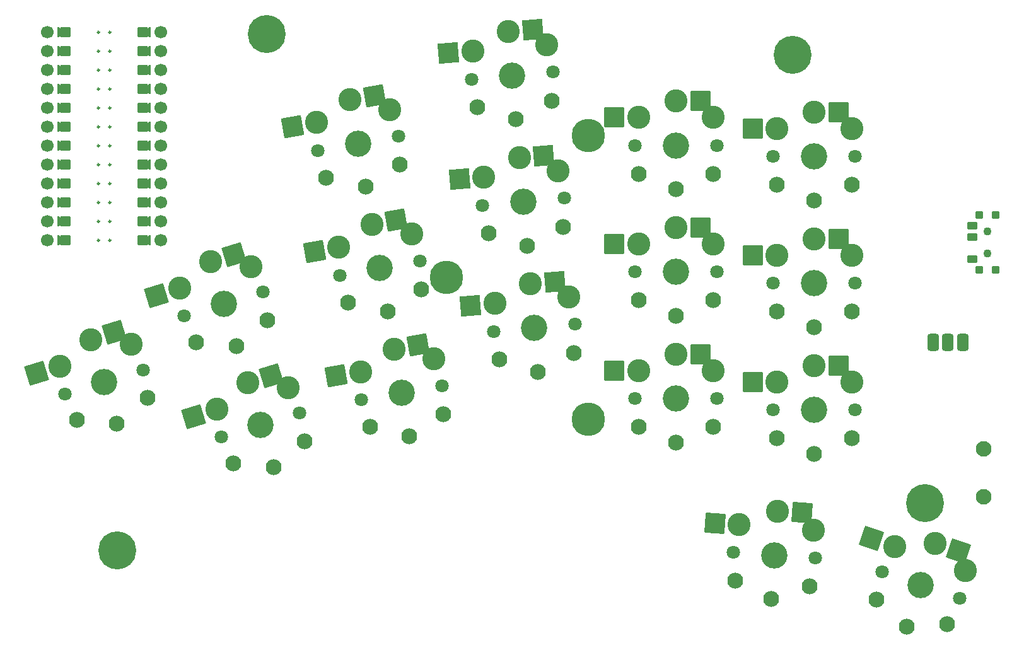
<source format=gts>
%TF.GenerationSoftware,KiCad,Pcbnew,(6.0.4-0)*%
%TF.CreationDate,2022-07-27T12:02:15+02:00*%
%TF.ProjectId,basbousa,62617362-6f75-4736-912e-6b696361645f,v1.0.0*%
%TF.SameCoordinates,Original*%
%TF.FileFunction,Soldermask,Top*%
%TF.FilePolarity,Negative*%
%FSLAX46Y46*%
G04 Gerber Fmt 4.6, Leading zero omitted, Abs format (unit mm)*
G04 Created by KiCad (PCBNEW (6.0.4-0)) date 2022-07-27 12:02:15*
%MOMM*%
%LPD*%
G01*
G04 APERTURE LIST*
G04 Aperture macros list*
%AMRoundRect*
0 Rectangle with rounded corners*
0 $1 Rounding radius*
0 $2 $3 $4 $5 $6 $7 $8 $9 X,Y pos of 4 corners*
0 Add a 4 corners polygon primitive as box body*
4,1,4,$2,$3,$4,$5,$6,$7,$8,$9,$2,$3,0*
0 Add four circle primitives for the rounded corners*
1,1,$1+$1,$2,$3*
1,1,$1+$1,$4,$5*
1,1,$1+$1,$6,$7*
1,1,$1+$1,$8,$9*
0 Add four rect primitives between the rounded corners*
20,1,$1+$1,$2,$3,$4,$5,0*
20,1,$1+$1,$4,$5,$6,$7,0*
20,1,$1+$1,$6,$7,$8,$9,0*
20,1,$1+$1,$8,$9,$2,$3,0*%
%AMFreePoly0*
4,1,14,0.035355,0.435355,0.635355,-0.164645,0.650000,-0.200000,0.650000,-0.400000,0.635355,-0.435355,0.600000,-0.450000,-0.600000,-0.450000,-0.635355,-0.435355,-0.650000,-0.400000,-0.650000,-0.200000,-0.635355,-0.164645,-0.035355,0.435355,0.000000,0.450000,0.035355,0.435355,0.035355,0.435355,$1*%
%AMFreePoly1*
4,1,16,0.635355,0.285355,0.650000,0.250000,0.650000,-1.000000,0.635355,-1.035355,0.600000,-1.050000,0.564645,-1.035355,0.000000,-0.470710,-0.564645,-1.035355,-0.600000,-1.050000,-0.635355,-1.035355,-0.650000,-1.000000,-0.650000,0.250000,-0.635355,0.285355,-0.600000,0.300000,0.600000,0.300000,0.635355,0.285355,0.635355,0.285355,$1*%
G04 Aperture macros list end*
%ADD10C,0.250000*%
%ADD11C,0.100000*%
%ADD12C,5.100000*%
%ADD13RoundRect,0.050000X-0.450000X0.450000X-0.450000X-0.450000X0.450000X-0.450000X0.450000X0.450000X0*%
%ADD14RoundRect,0.050000X-0.625000X0.450000X-0.625000X-0.450000X0.625000X-0.450000X0.625000X0.450000X0*%
%ADD15RoundRect,0.425000X-0.375000X-0.750000X0.375000X-0.750000X0.375000X0.750000X-0.375000X0.750000X0*%
%ADD16C,2.100000*%
%ADD17C,3.100000*%
%ADD18C,1.801800*%
%ADD19C,3.529000*%
%ADD20RoundRect,0.050000X-1.054507X-1.505993X1.505993X-1.054507X1.054507X1.505993X-1.505993X1.054507X0*%
%ADD21C,2.132000*%
%ADD22RoundRect,0.050000X-1.181751X-1.408356X1.408356X-1.181751X1.181751X1.408356X-1.408356X1.181751X0*%
%ADD23RoundRect,0.050000X-1.300000X-1.300000X1.300000X-1.300000X1.300000X1.300000X-1.300000X1.300000X0*%
%ADD24RoundRect,0.050000X-1.652413X-0.805936X0.805936X-1.652413X1.652413X0.805936X-0.805936X1.652413X0*%
%ADD25C,1.100000*%
%ADD26RoundRect,0.050000X-0.863113X-1.623279X1.623279X-0.863113X0.863113X1.623279X-1.623279X0.863113X0*%
%ADD27C,4.500000*%
%ADD28RoundRect,0.050000X-1.387517X-1.206150X1.206150X-1.387517X1.387517X1.206150X-1.206150X1.387517X0*%
%ADD29FreePoly0,270.000000*%
%ADD30C,1.700000*%
%ADD31FreePoly0,90.000000*%
%ADD32FreePoly1,90.000000*%
%ADD33FreePoly1,270.000000*%
G04 APERTURE END LIST*
D10*
%TO.C,*%
X39495000Y114808000D02*
G75*
G03*
X39495000Y114808000I-125000J0D01*
G01*
X37971000Y99568000D02*
G75*
G03*
X37971000Y99568000I-125000J0D01*
G01*
X39495000Y107188000D02*
G75*
G03*
X39495000Y107188000I-125000J0D01*
G01*
X37971000Y97028000D02*
G75*
G03*
X37971000Y97028000I-125000J0D01*
G01*
X39495000Y99568000D02*
G75*
G03*
X39495000Y99568000I-125000J0D01*
G01*
X39495000Y91948000D02*
G75*
G03*
X39495000Y91948000I-125000J0D01*
G01*
X37971000Y107188000D02*
G75*
G03*
X37971000Y107188000I-125000J0D01*
G01*
X39495000Y94488000D02*
G75*
G03*
X39495000Y94488000I-125000J0D01*
G01*
X37971000Y94488000D02*
G75*
G03*
X37971000Y94488000I-125000J0D01*
G01*
X39495000Y109728000D02*
G75*
G03*
X39495000Y109728000I-125000J0D01*
G01*
X39495000Y117348000D02*
G75*
G03*
X39495000Y117348000I-125000J0D01*
G01*
X39495000Y104648000D02*
G75*
G03*
X39495000Y104648000I-125000J0D01*
G01*
X37971000Y119888000D02*
G75*
G03*
X37971000Y119888000I-125000J0D01*
G01*
X37971000Y112268000D02*
G75*
G03*
X37971000Y112268000I-125000J0D01*
G01*
X37971000Y117348000D02*
G75*
G03*
X37971000Y117348000I-125000J0D01*
G01*
X39495000Y102108000D02*
G75*
G03*
X39495000Y102108000I-125000J0D01*
G01*
X39495000Y97028000D02*
G75*
G03*
X39495000Y97028000I-125000J0D01*
G01*
X39495000Y119888000D02*
G75*
G03*
X39495000Y119888000I-125000J0D01*
G01*
X37971000Y109728000D02*
G75*
G03*
X37971000Y109728000I-125000J0D01*
G01*
X37971000Y102108000D02*
G75*
G03*
X37971000Y102108000I-125000J0D01*
G01*
X37971000Y114808000D02*
G75*
G03*
X37971000Y114808000I-125000J0D01*
G01*
X39495000Y112268000D02*
G75*
G03*
X39495000Y112268000I-125000J0D01*
G01*
X37971000Y104648000D02*
G75*
G03*
X37971000Y104648000I-125000J0D01*
G01*
X37971000Y91948000D02*
G75*
G03*
X37971000Y91948000I-125000J0D01*
G01*
G36*
X44704000Y104140000D02*
G01*
X43688000Y104140000D01*
X43688000Y105156000D01*
X44704000Y105156000D01*
X44704000Y104140000D01*
G37*
D11*
X44704000Y104140000D02*
X43688000Y104140000D01*
X43688000Y105156000D01*
X44704000Y105156000D01*
X44704000Y104140000D01*
G36*
X44704000Y93980000D02*
G01*
X43688000Y93980000D01*
X43688000Y94996000D01*
X44704000Y94996000D01*
X44704000Y93980000D01*
G37*
X44704000Y93980000D02*
X43688000Y93980000D01*
X43688000Y94996000D01*
X44704000Y94996000D01*
X44704000Y93980000D01*
G36*
X33528000Y101600000D02*
G01*
X32512000Y101600000D01*
X32512000Y102616000D01*
X33528000Y102616000D01*
X33528000Y101600000D01*
G37*
X33528000Y101600000D02*
X32512000Y101600000D01*
X32512000Y102616000D01*
X33528000Y102616000D01*
X33528000Y101600000D01*
G36*
X33528000Y119380000D02*
G01*
X32512000Y119380000D01*
X32512000Y120396000D01*
X33528000Y120396000D01*
X33528000Y119380000D01*
G37*
X33528000Y119380000D02*
X32512000Y119380000D01*
X32512000Y120396000D01*
X33528000Y120396000D01*
X33528000Y119380000D01*
G36*
X44704000Y91440000D02*
G01*
X43688000Y91440000D01*
X43688000Y92456000D01*
X44704000Y92456000D01*
X44704000Y91440000D01*
G37*
X44704000Y91440000D02*
X43688000Y91440000D01*
X43688000Y92456000D01*
X44704000Y92456000D01*
X44704000Y91440000D01*
G36*
X33528000Y116840000D02*
G01*
X32512000Y116840000D01*
X32512000Y117856000D01*
X33528000Y117856000D01*
X33528000Y116840000D01*
G37*
X33528000Y116840000D02*
X32512000Y116840000D01*
X32512000Y117856000D01*
X33528000Y117856000D01*
X33528000Y116840000D01*
G36*
X44704000Y99060000D02*
G01*
X43688000Y99060000D01*
X43688000Y100076000D01*
X44704000Y100076000D01*
X44704000Y99060000D01*
G37*
X44704000Y99060000D02*
X43688000Y99060000D01*
X43688000Y100076000D01*
X44704000Y100076000D01*
X44704000Y99060000D01*
G36*
X33528000Y104140000D02*
G01*
X32512000Y104140000D01*
X32512000Y105156000D01*
X33528000Y105156000D01*
X33528000Y104140000D01*
G37*
X33528000Y104140000D02*
X32512000Y104140000D01*
X32512000Y105156000D01*
X33528000Y105156000D01*
X33528000Y104140000D01*
G36*
X33528000Y99060000D02*
G01*
X32512000Y99060000D01*
X32512000Y100076000D01*
X33528000Y100076000D01*
X33528000Y99060000D01*
G37*
X33528000Y99060000D02*
X32512000Y99060000D01*
X32512000Y100076000D01*
X33528000Y100076000D01*
X33528000Y99060000D01*
G36*
X33528000Y106680000D02*
G01*
X32512000Y106680000D01*
X32512000Y107696000D01*
X33528000Y107696000D01*
X33528000Y106680000D01*
G37*
X33528000Y106680000D02*
X32512000Y106680000D01*
X32512000Y107696000D01*
X33528000Y107696000D01*
X33528000Y106680000D01*
G36*
X44704000Y114300000D02*
G01*
X43688000Y114300000D01*
X43688000Y115316000D01*
X44704000Y115316000D01*
X44704000Y114300000D01*
G37*
X44704000Y114300000D02*
X43688000Y114300000D01*
X43688000Y115316000D01*
X44704000Y115316000D01*
X44704000Y114300000D01*
G36*
X44704000Y109220000D02*
G01*
X43688000Y109220000D01*
X43688000Y110236000D01*
X44704000Y110236000D01*
X44704000Y109220000D01*
G37*
X44704000Y109220000D02*
X43688000Y109220000D01*
X43688000Y110236000D01*
X44704000Y110236000D01*
X44704000Y109220000D01*
G36*
X33528000Y96520000D02*
G01*
X32512000Y96520000D01*
X32512000Y97536000D01*
X33528000Y97536000D01*
X33528000Y96520000D01*
G37*
X33528000Y96520000D02*
X32512000Y96520000D01*
X32512000Y97536000D01*
X33528000Y97536000D01*
X33528000Y96520000D01*
G36*
X44704000Y111760000D02*
G01*
X43688000Y111760000D01*
X43688000Y112776000D01*
X44704000Y112776000D01*
X44704000Y111760000D01*
G37*
X44704000Y111760000D02*
X43688000Y111760000D01*
X43688000Y112776000D01*
X44704000Y112776000D01*
X44704000Y111760000D01*
G36*
X44704000Y96520000D02*
G01*
X43688000Y96520000D01*
X43688000Y97536000D01*
X44704000Y97536000D01*
X44704000Y96520000D01*
G37*
X44704000Y96520000D02*
X43688000Y96520000D01*
X43688000Y97536000D01*
X44704000Y97536000D01*
X44704000Y96520000D01*
G36*
X33528000Y93980000D02*
G01*
X32512000Y93980000D01*
X32512000Y94996000D01*
X33528000Y94996000D01*
X33528000Y93980000D01*
G37*
X33528000Y93980000D02*
X32512000Y93980000D01*
X32512000Y94996000D01*
X33528000Y94996000D01*
X33528000Y93980000D01*
G36*
X33528000Y109220000D02*
G01*
X32512000Y109220000D01*
X32512000Y110236000D01*
X33528000Y110236000D01*
X33528000Y109220000D01*
G37*
X33528000Y109220000D02*
X32512000Y109220000D01*
X32512000Y110236000D01*
X33528000Y110236000D01*
X33528000Y109220000D01*
G36*
X44704000Y116840000D02*
G01*
X43688000Y116840000D01*
X43688000Y117856000D01*
X44704000Y117856000D01*
X44704000Y116840000D01*
G37*
X44704000Y116840000D02*
X43688000Y116840000D01*
X43688000Y117856000D01*
X44704000Y117856000D01*
X44704000Y116840000D01*
G36*
X33528000Y91440000D02*
G01*
X32512000Y91440000D01*
X32512000Y92456000D01*
X33528000Y92456000D01*
X33528000Y91440000D01*
G37*
X33528000Y91440000D02*
X32512000Y91440000D01*
X32512000Y92456000D01*
X33528000Y92456000D01*
X33528000Y91440000D01*
G36*
X33528000Y111760000D02*
G01*
X32512000Y111760000D01*
X32512000Y112776000D01*
X33528000Y112776000D01*
X33528000Y111760000D01*
G37*
X33528000Y111760000D02*
X32512000Y111760000D01*
X32512000Y112776000D01*
X33528000Y112776000D01*
X33528000Y111760000D01*
G36*
X33528000Y114300000D02*
G01*
X32512000Y114300000D01*
X32512000Y115316000D01*
X33528000Y115316000D01*
X33528000Y114300000D01*
G37*
X33528000Y114300000D02*
X32512000Y114300000D01*
X32512000Y115316000D01*
X33528000Y115316000D01*
X33528000Y114300000D01*
G36*
X44704000Y119380000D02*
G01*
X43688000Y119380000D01*
X43688000Y120396000D01*
X44704000Y120396000D01*
X44704000Y119380000D01*
G37*
X44704000Y119380000D02*
X43688000Y119380000D01*
X43688000Y120396000D01*
X44704000Y120396000D01*
X44704000Y119380000D01*
G36*
X44704000Y106680000D02*
G01*
X43688000Y106680000D01*
X43688000Y107696000D01*
X44704000Y107696000D01*
X44704000Y106680000D01*
G37*
X44704000Y106680000D02*
X43688000Y106680000D01*
X43688000Y107696000D01*
X44704000Y107696000D01*
X44704000Y106680000D01*
G36*
X44704000Y101600000D02*
G01*
X43688000Y101600000D01*
X43688000Y102616000D01*
X44704000Y102616000D01*
X44704000Y101600000D01*
G37*
X44704000Y101600000D02*
X43688000Y101600000D01*
X43688000Y102616000D01*
X44704000Y102616000D01*
X44704000Y101600000D01*
%TD*%
D12*
%TO.C,*%
X148844000Y56642000D03*
%TD*%
%TO.C,*%
X131064000Y116840000D03*
%TD*%
%TO.C,*%
X40386000Y50292000D03*
%TD*%
%TO.C,*%
X60452000Y119634000D03*
%TD*%
D13*
%TO.C,T1*%
X156169000Y87958000D03*
X158369000Y95358000D03*
X158369000Y87958000D03*
X156169000Y95358000D03*
D14*
X155194000Y89408000D03*
X155194000Y92408000D03*
X155194000Y93908000D03*
%TD*%
D15*
%TO.C,PAD1*%
X149924000Y78232000D03*
X153924000Y78232000D03*
X151924000Y78232000D03*
%TD*%
D16*
%TO.C,B1*%
X156718000Y63956000D03*
X156718000Y57456000D03*
%TD*%
D17*
%TO.C,S11*%
X76973296Y109514099D03*
X71667231Y110812436D03*
D18*
X78116881Y105907895D03*
X67283995Y103997765D03*
D19*
X72700438Y104952830D03*
D17*
X67125219Y107777617D03*
D20*
X74892476Y111381133D03*
D21*
X78284340Y102078801D03*
X68436262Y100342320D03*
D20*
X63899972Y107208920D03*
D21*
X73724962Y99142464D03*
%TD*%
D18*
%TO.C,S15*%
X100384204Y97593524D03*
D19*
X94905133Y97114167D03*
D17*
X89597326Y100414117D03*
X99559273Y101285675D03*
D18*
X89426062Y96634810D03*
D17*
X94386556Y103041525D03*
D21*
X100217298Y93764406D03*
D22*
X97649093Y103326959D03*
D21*
X90255351Y92892848D03*
X95419352Y91236618D03*
D22*
X86334787Y100128683D03*
%TD*%
D18*
%TO.C,S21*%
X109911087Y87686017D03*
D19*
X115411087Y87686017D03*
D18*
X120911087Y87686017D03*
D17*
X110411087Y91436016D03*
X120411087Y91436016D03*
X115411087Y93636017D03*
D23*
X118686086Y93636016D03*
D21*
X120411087Y83886017D03*
X110411087Y83886017D03*
D23*
X107136086Y91436017D03*
D21*
X115411087Y81786017D03*
%TD*%
D17*
%TO.C,S29*%
X133985000Y109128000D03*
D18*
X128485000Y103178000D03*
D17*
X128985000Y106927999D03*
D18*
X139485000Y103178000D03*
D19*
X133985000Y103178000D03*
D17*
X138985000Y106927999D03*
D21*
X128985000Y99378000D03*
X138985000Y99378000D03*
D23*
X137259999Y109127999D03*
D21*
X133985000Y97278000D03*
D23*
X125709999Y106928000D03*
%TD*%
D17*
%TO.C,S33*%
X154231706Y47565995D03*
X150220364Y51273978D03*
D18*
X143082881Y47438767D03*
X153483585Y43857517D03*
D19*
X148283233Y45648142D03*
D17*
X144776520Y50821676D03*
D21*
X142318481Y43683012D03*
X151773667Y40427331D03*
D24*
X153316936Y50207741D03*
D21*
X146362381Y40069582D03*
D24*
X141679946Y51887913D03*
%TD*%
D18*
%TO.C,S7*%
X73188033Y70514301D03*
D17*
X73029257Y74294153D03*
D19*
X78604476Y71469366D03*
D18*
X84020919Y72424431D03*
D17*
X82877334Y76030635D03*
X77571269Y77328972D03*
D20*
X80796514Y77897669D03*
D21*
X74340300Y66858856D03*
X84188378Y68595337D03*
X79629000Y65659000D03*
D20*
X69804010Y73725456D03*
%TD*%
D25*
%TO.C,T2*%
X157269000Y93158000D03*
X157269000Y90158000D03*
%TD*%
D18*
%TO.C,S1*%
X33339941Y71313701D03*
X43859293Y74529789D03*
D17*
X36860005Y78611758D03*
D19*
X38599617Y72921745D03*
D17*
X42284747Y77969745D03*
X32721700Y75046028D03*
D26*
X39991903Y79569274D03*
D21*
X34929106Y67825928D03*
X44492153Y70749645D03*
X40324610Y67279547D03*
D26*
X29589800Y74088512D03*
%TD*%
D17*
%TO.C,S5*%
X48785089Y85490480D03*
D18*
X59922682Y84974241D03*
D17*
X52923394Y89056210D03*
D19*
X54663006Y83366197D03*
D18*
X49403330Y81758153D03*
D17*
X58348136Y88414197D03*
D21*
X50992495Y78270380D03*
D26*
X56055292Y90013726D03*
D21*
X60555542Y81194097D03*
D26*
X45653189Y84532964D03*
D21*
X56387999Y77723999D03*
%TD*%
D18*
%TO.C,S27*%
X128485000Y86178000D03*
D17*
X128985000Y89927999D03*
D19*
X133985000Y86178000D03*
D17*
X138985000Y89927999D03*
D18*
X139485000Y86178000D03*
D17*
X133985000Y92128000D03*
D23*
X137259999Y92127999D03*
D21*
X138985000Y82378000D03*
X128985000Y82378000D03*
D23*
X125709999Y89928000D03*
D21*
X133985000Y80278000D03*
%TD*%
D17*
%TO.C,S9*%
X79925315Y92772367D03*
D18*
X70236014Y87256033D03*
X81068900Y89166163D03*
D17*
X74619250Y94070704D03*
D19*
X75652457Y88211098D03*
D17*
X70077238Y91035885D03*
D21*
X71388281Y83600588D03*
X81236359Y85337069D03*
D20*
X77844495Y94639401D03*
X66851991Y90467188D03*
D21*
X76676981Y82400732D03*
%TD*%
D17*
%TO.C,S13*%
X101040921Y84350365D03*
D19*
X96386781Y80178857D03*
D18*
X101865852Y80658214D03*
X90907710Y79699500D03*
D17*
X91078974Y83478807D03*
X95868204Y86106215D03*
D22*
X99130741Y86391649D03*
D21*
X91736999Y75957538D03*
X101698946Y76829096D03*
X96901000Y74301308D03*
D22*
X87816435Y83193373D03*
%TD*%
D17*
%TO.C,S17*%
X98077626Y118220985D03*
X88115679Y117349427D03*
D18*
X87944415Y113570120D03*
D17*
X92904909Y119976835D03*
D19*
X93423486Y114049477D03*
D18*
X98902557Y114528834D03*
D21*
X88773704Y109828158D03*
D22*
X96167446Y120262269D03*
D21*
X98735651Y110699716D03*
X93937705Y108171928D03*
D22*
X84853140Y117063993D03*
%TD*%
D27*
%TO.C,REF\u002A\u002A*%
X84582000Y86995000D03*
X103632000Y106045000D03*
X103632000Y67945000D03*
%TD*%
D18*
%TO.C,S31*%
X134107692Y49264790D03*
D17*
X123894856Y53738098D03*
D18*
X123134488Y50032112D03*
D17*
X129036141Y55583957D03*
D19*
X128621090Y49648451D03*
D17*
X133870497Y53040533D03*
D28*
X132303162Y55355504D03*
D21*
X133343836Y45508925D03*
X123368195Y46206490D03*
D28*
X120627833Y53966551D03*
D21*
X128209527Y43762823D03*
%TD*%
D17*
%TO.C,S3*%
X57893713Y72799029D03*
X53755408Y69233299D03*
X63318455Y72157016D03*
D18*
X64893001Y68717060D03*
D19*
X59633325Y67109016D03*
D18*
X54373649Y65500972D03*
D21*
X55962814Y62013199D03*
D26*
X61025611Y73756545D03*
D21*
X65525861Y64936916D03*
X61358318Y61466818D03*
D26*
X50623508Y68275783D03*
%TD*%
D17*
%TO.C,S23*%
X110411087Y108436016D03*
X120411087Y108436016D03*
X115411087Y110636017D03*
D18*
X109911087Y104686017D03*
X120911087Y104686017D03*
D19*
X115411087Y104686017D03*
D21*
X110411087Y100886017D03*
D23*
X118686086Y110636016D03*
D21*
X120411087Y100886017D03*
D23*
X107136086Y108436017D03*
D21*
X115411087Y98786017D03*
%TD*%
D19*
%TO.C,S25*%
X133985000Y69178000D03*
D17*
X128985000Y72927999D03*
D18*
X139485000Y69178000D03*
D17*
X133985000Y75128000D03*
X138985000Y72927999D03*
D18*
X128485000Y69178000D03*
D21*
X138985000Y65378000D03*
D23*
X137259999Y75127999D03*
D21*
X128985000Y65378000D03*
D23*
X125709999Y72928000D03*
D21*
X133985000Y63278000D03*
%TD*%
D17*
%TO.C,S19*%
X110411087Y74436016D03*
D18*
X120911087Y70686017D03*
D17*
X115411087Y76636017D03*
D19*
X115411087Y70686017D03*
D17*
X120411087Y74436016D03*
D18*
X109911087Y70686017D03*
D21*
X110411087Y66886017D03*
D23*
X118686086Y76636016D03*
D21*
X120411087Y66886017D03*
X115411087Y64786017D03*
D23*
X107136086Y74436017D03*
%TD*%
D29*
%TO.C,*%
X32766000Y119888000D03*
D30*
X46228000Y99568000D03*
X46228000Y91948000D03*
X30988000Y97028000D03*
X30988000Y112268000D03*
X46228000Y104648000D03*
D29*
X32766000Y91948000D03*
X32766000Y114808000D03*
X32766000Y109728000D03*
D30*
X46228000Y102108000D03*
D29*
X32766000Y104648000D03*
D31*
X44450000Y119888000D03*
D30*
X30988000Y104648000D03*
D31*
X44450000Y117348000D03*
D30*
X30988000Y94488000D03*
X30988000Y102108000D03*
D29*
X32766000Y112268000D03*
D31*
X44450000Y97028000D03*
D30*
X46228000Y94488000D03*
X30988000Y99568000D03*
X30988000Y114808000D03*
X30988000Y109728000D03*
X46228000Y112268000D03*
D31*
X44450000Y112268000D03*
D29*
X32766000Y117348000D03*
D31*
X44450000Y91948000D03*
X44450000Y104648000D03*
D30*
X30988000Y119888000D03*
D31*
X44450000Y109728000D03*
D30*
X46228000Y119888000D03*
X46228000Y117348000D03*
D29*
X32766000Y107188000D03*
X32766000Y102108000D03*
D30*
X46228000Y97028000D03*
X46228000Y114808000D03*
D31*
X44450000Y94488000D03*
X44450000Y102108000D03*
D30*
X30988000Y91948000D03*
D29*
X32766000Y97028000D03*
D31*
X44450000Y99568000D03*
D30*
X30988000Y107188000D03*
X46228000Y109728000D03*
D31*
X44450000Y107188000D03*
D30*
X30988000Y117348000D03*
D31*
X44450000Y114808000D03*
D29*
X32766000Y94488000D03*
X32766000Y99568000D03*
D30*
X46228000Y107188000D03*
D32*
X43434000Y119888000D03*
X43434000Y117348000D03*
X43434000Y114808000D03*
X43434000Y112268000D03*
X43434000Y109728000D03*
X43434000Y107188000D03*
X43434000Y104648000D03*
X43434000Y102108000D03*
X43434000Y99568000D03*
X43434000Y97028000D03*
X43434000Y94488000D03*
X43434000Y91948000D03*
D33*
X33782000Y91948000D03*
X33782000Y94488000D03*
X33782000Y97028000D03*
X33782000Y99568000D03*
X33782000Y102108000D03*
X33782000Y104648000D03*
X33782000Y107188000D03*
X33782000Y109728000D03*
X33782000Y112268000D03*
X33782000Y114808000D03*
X33782000Y117348000D03*
X33782000Y119888000D03*
%TD*%
M02*

</source>
